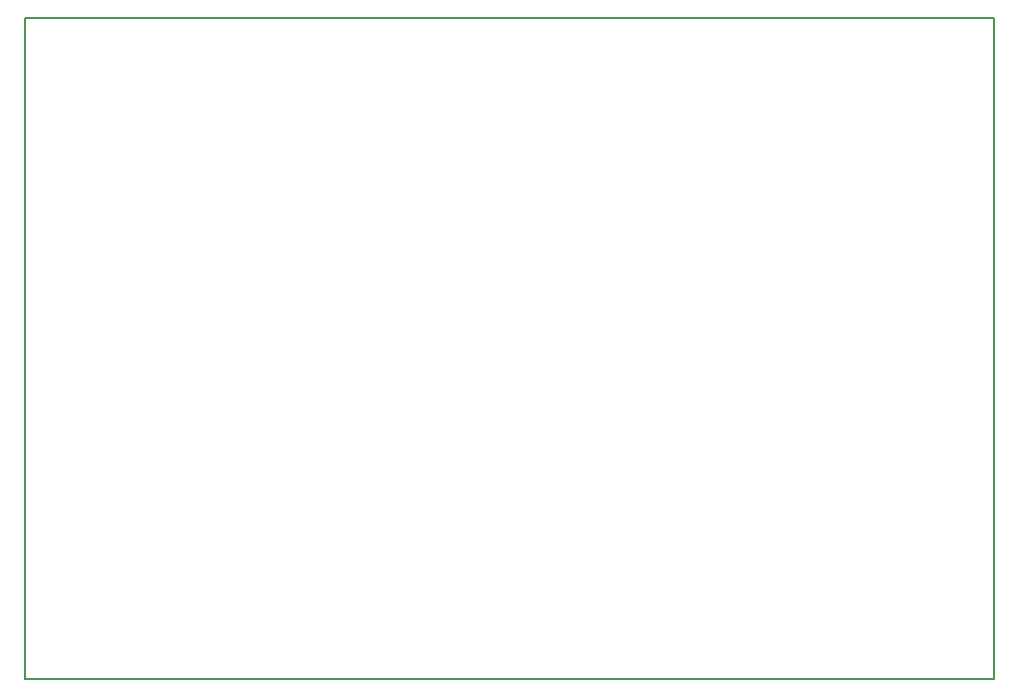
<source format=gbr>
%TF.GenerationSoftware,KiCad,Pcbnew,(5.0.2)-1*%
%TF.CreationDate,2019-03-08T17:26:47-06:00*%
%TF.ProjectId,IoT IPRO (plant pot),496f5420-4950-4524-9f20-28706c616e74,rev?*%
%TF.SameCoordinates,Original*%
%TF.FileFunction,Profile,NP*%
%FSLAX46Y46*%
G04 Gerber Fmt 4.6, Leading zero omitted, Abs format (unit mm)*
G04 Created by KiCad (PCBNEW (5.0.2)-1) date 3/8/2019 5:26:47 PM*
%MOMM*%
%LPD*%
G01*
G04 APERTURE LIST*
%ADD10C,0.200000*%
G04 APERTURE END LIST*
D10*
X58000000Y-88000000D02*
X58000000Y-32000000D01*
X140000000Y-88000000D02*
X58000000Y-88000000D01*
X140000000Y-32000000D02*
X140000000Y-88000000D01*
X58000000Y-32000000D02*
X140000000Y-32000000D01*
M02*

</source>
